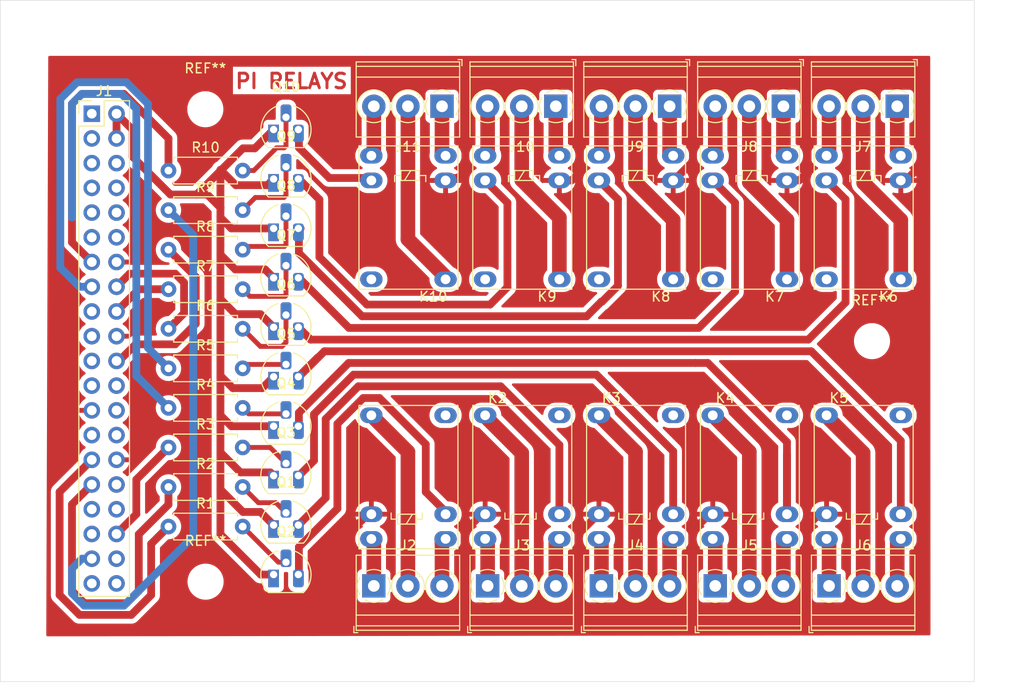
<source format=kicad_pcb>
(kicad_pcb (version 20240108) (generator "pcbnew") (generator_version "8.0")
  (layers (0 "F.Cu" signal) (31 "B.Cu" signal) (34 "B.Paste" user) (35 "F.Paste" user) (36 "B.SilkS" user "B.Silkscreen") (37 "F.SilkS" user "F.Silkscreen") (38 "B.Mask" user) (39 "F.Mask" user) (44 "Edge.Cuts" user))
  (net 0 "")
  (net 3 "/GPIO16")
  (net 4 "+3V3")
  (net 11 "GND")
  (net 12 "+5V")
  (net 23 "Net-(J2-Pin_3)")
  (net 24 "Net-(J2-Pin_1)")
  (net 25 "Net-(J2-Pin_2)")
  (net 26 "Net-(J3-Pin_3)")
  (net 27 "Net-(J3-Pin_1)")
  (net 28 "Net-(J3-Pin_2)")
  (net 29 "Net-(J4-Pin_3)")
  (net 30 "Net-(J4-Pin_1)")
  (net 31 "Net-(J4-Pin_2)")
  (net 32 "Net-(J5-Pin_3)")
  (net 33 "Net-(J5-Pin_2)")
  (net 34 "Net-(J5-Pin_1)")
  (net 35 "Net-(J6-Pin_1)")
  (net 36 "Net-(J6-Pin_2)")
  (net 37 "Net-(J6-Pin_3)")
  (net 38 "Net-(J7-Pin_3)")
  (net 39 "Net-(J7-Pin_1)")
  (net 40 "Net-(J7-Pin_2)")
  (net 41 "Net-(J8-Pin_1)")
  (net 42 "Net-(J8-Pin_2)")
  (net 43 "Net-(J8-Pin_3)")
  (net 44 "Net-(J9-Pin_3)")
  (net 45 "Net-(J9-Pin_1)")
  (net 46 "Net-(J9-Pin_2)")
  (net 47 "Net-(J10-Pin_2)")
  (net 48 "Net-(J10-Pin_3)")
  (net 49 "Net-(J10-Pin_1)")
  (net 50 "Net-(J11-Pin_3)")
  (net 51 "Net-(J11-Pin_1)")
  (net 52 "Net-(J11-Pin_2)")
  (net 53 "Net-(Q2-E)")
  (net 54 "Net-(Q1-E)")
  (net 55 "Net-(Q3-E)")
  (net 56 "Net-(Q4-E)")
  (net 57 "Net-(Q5-E)")
  (net 58 "Net-(Q6-E)")
  (net 59 "Net-(Q7-E)")
  (net 60 "Net-(Q8-E)")
  (net 61 "Net-(Q9-E)")
  (net 62 "Net-(Q10-E)")
  (net 63 "Net-(Q1-B)")
  (net 64 "Net-(Q2-B)")
  (net 65 "Net-(Q3-B)")
  (net 66 "Net-(Q4-B)")
  (net 67 "Net-(Q5-B)")
  (net 68 "Net-(Q6-B)")
  (net 69 "Net-(Q7-B)")
  (net 70 "Net-(Q8-B)")
  (net 71 "Net-(Q9-B)")
  (net 72 "Net-(Q10-B)")
  (net 73 "/Relay Pin 2/K")
  (net 74 "/Relay Pin 6/K")
  (net 75 "/Relay Pin 7/K")
  (net 76 "/Relay Pin 8/K")
  (net 77 "/Relay Pin 1/K")
  (net 78 "/Relay Pin 10/K")
  (net 79 "/Relay Pin 4/K")
  (net 80 "/Relay Pin 5/K")
  (net 81 "/Relay Pin 9/K")
  (footprint "MountingHole:MountingHole_3.2mm_M3" (layer "F.Cu") (at 34.3154 24.3586)
    (property "Reference" "REF**")
    (property "Value" "MountingHole_3.2mm_M3")
  )
  (footprint "TerminalBlock_Phoenix:TerminalBlock_Phoenix_PT-1,5-3-3.5-H_1x03_P3.50mm_Horizontal" (layer "F.Cu") (at 93.6648 24.0538 180)
    (property "Reference" "J8")
    (property "Value" "Conn_01x03_Socket")
  )
  (footprint "Resistor_THT:R_Axial_DIN0207_L6.3mm_D2.5mm_P7.62mm_Horizontal" (layer "F.Cu") (at 30.5308 34.7218)
    (property "Reference" "R9")
    (property "Value" "1.8k")
  )
  (footprint "Resistor_THT:R_Axial_DIN0207_L6.3mm_D2.5mm_P7.62mm_Horizontal" (layer "F.Cu") (at 30.5308 50.9778)
    (property "Reference" "R5")
    (property "Value" "1.8k")
  )
  (footprint "TerminalBlock_Phoenix:TerminalBlock_Phoenix_PT-1,5-3-3.5-H_1x03_P3.50mm_Horizontal" (layer "F.Cu") (at 98.3488 73.3298)
    (property "Reference" "J6")
    (property "Value" "Conn_01x03_Socket")
  )
  (footprint "TerminalBlock_Phoenix:TerminalBlock_Phoenix_PT-1,5-3-3.5-H_1x03_P3.50mm_Horizontal" (layer "F.Cu") (at 63.2968 73.3298)
    (property "Reference" "J3")
    (property "Value" "Conn_01x03_Socket")
  )
  (footprint "Resistor_THT:R_Axial_DIN0207_L6.3mm_D2.5mm_P7.62mm_Horizontal" (layer "F.Cu") (at 30.5308 42.8498)
    (property "Reference" "R7")
    (property "Value" "1.8k")
  )
  (footprint "Relay_THT:Relay_SPDT_HJR-4102" (layer "F.Cu") (at 105.7148 41.8338 180)
    (property "Reference" "K6")
    (property "Value" "TIANBO-HJR-4102-L")
  )
  (footprint "MountingHole:MountingHole_3.2mm_M3" (layer "F.Cu") (at 102.759983 48.1838)
    (property "Reference" "REF**")
    (property "Value" "MountingHole_3.2mm_M3")
  )
  (footprint "Resistor_THT:R_Axial_DIN0207_L6.3mm_D2.5mm_P7.62mm_Horizontal" (layer "F.Cu") (at 30.5308 30.6578)
    (property "Reference" "R10")
    (property "Value" "1.8k")
  )
  (footprint "Relay_THT:Relay_SPDT_HJR-4102" (layer "F.Cu") (at 63.0428 55.8038)
    (property "Reference" "K2")
    (property "Value" "TIANBO-HJR-4102-L")
  )
  (footprint "Relay_THT:Relay_SPDT_HJR-4102" (layer "F.Cu") (at 74.7268 55.8038)
    (property "Reference" "K3")
    (property "Value" "TIANBO-HJR-4102-L")
  )
  (footprint "Connector_PinHeader_2.54mm:PinHeader_2x20_P2.54mm_Vertical" (layer "F.Cu") (at 22.6568 24.8158)
    (property "Reference" "J1")
    (property "Value" "Raspberry_Pi_2_3")
  )
  (footprint "Relay_THT:Relay_SPDT_HJR-4102" (layer "F.Cu") (at 51.3588 55.8038)
    (property "Reference" "K1" (hide yes))
    (property "Value" "TIANBO-HJR-4102-L")
  )
  (footprint "Relay_THT:Relay_SPDT_HJR-4102" (layer "F.Cu") (at 98.0948 55.8038)
    (property "Reference" "K5")
    (property "Value" "TIANBO-HJR-4102-L")
  )
  (footprint "MountingHole:MountingHole_3.2mm_M3" (layer "F.Cu") (at 34.3408 72.898)
    (property "Reference" "REF**")
    (property "Value" "MountingHole_3.2mm_M3")
  )
  (footprint "Package_TO_SOT_THT:TO-92_HandSolder" (layer "F.Cu") (at 41.3258 41.6858)
    (property "Reference" "Q7")
    (property "Value" "BC547")
  )
  (footprint "TerminalBlock_Phoenix:TerminalBlock_Phoenix_PT-1,5-3-3.5-H_1x03_P3.50mm_Horizontal" (layer "F.Cu") (at 51.6128 73.3298)
    (property "Reference" "J2")
    (property "Value" "Conn_01x03_Socket")
  )
  (footprint "Resistor_THT:R_Axial_DIN0207_L6.3mm_D2.5mm_P7.62mm_Horizontal" (layer "F.Cu") (at 30.5308 63.1698)
    (property "Reference" "R2")
    (property "Value" "1.8k")
  )
  (footprint "Relay_THT:Relay_SPDT_HJR-4102" (layer "F.Cu") (at 94.0308 41.8338 180)
    (property "Reference" "K7")
    (property "Value" "TIANBO-HJR-4102-L" (hide yes))
  )
  (footprint "Package_TO_SOT_THT:TO-92_HandSolder" (layer "F.Cu") (at 41.3258 31.5258)
    (property "Reference" "Q9")
    (property "Value" "BC547")
  )
  (footprint "TerminalBlock_Phoenix:TerminalBlock_Phoenix_PT-1,5-3-3.5-H_1x03_P3.50mm_Horizontal" (layer "F.Cu") (at 70.2968 24.0538 180)
    (property "Reference" "J10")
    (property "Value" "Conn_01x03_Socket")
  )
  (footprint "TerminalBlock_Phoenix:TerminalBlock_Phoenix_PT-1,5-3-3.5-H_1x03_P3.50mm_Horizontal" (layer "F.Cu") (at 105.3488 24.0538 180)
    (property "Reference" "J7")
    (property "Value" "Conn_01x03_Socket")
  )
  (footprint "Package_TO_SOT_THT:TO-92_HandSolder" (layer "F.Cu") (at 41.3258 62.0058)
    (property "Reference" "Q3")
    (property "Value" "BC547")
  )
  (footprint "Package_TO_SOT_THT:TO-92_HandSolder" (layer "F.Cu") (at 41.3258 72.1658)
    (property "Reference" "Q2")
    (property "Value" "BC547")
  )
  (footprint "Relay_THT:Relay_SPDT_HJR-4102" (layer "F.Cu") (at 82.3468 41.8338 180)
    (property "Reference" "K8")
    (property "Value" "TIANBO-HJR-4102-L")
  )
  (footprint "Relay_THT:Relay_SPDT_HJR-4102" (layer "F.Cu") (at 58.9788 41.8338 180)
    (property "Reference" "K10")
    (property "Value" "TIANBO-HJR-4102-L")
  )
  (footprint "Package_TO_SOT_THT:TO-92_HandSolder" (layer "F.Cu") (at 41.3258 46.7658)
    (property "Reference" "Q6")
    (property "Value" "BC547")
  )
  (footprint "Package_TO_SOT_THT:TO-92_HandSolder" (layer "F.Cu") (at 41.3258 56.9258)
    (property "Reference" "Q4")
    (property "Value" "BC547")
  )
  (footprint "Relay_THT:Relay_SPDT_HJR-4102" (layer "F.Cu") (at 70.6628 41.8338 180)
    (property "Reference" "K9")
    (property "Value" "TIANBO-HJR-4102-L")
  )
  (footprint "Package_TO_SOT_THT:TO-92_HandSolder" (layer "F.Cu") (at 41.3258 51.8458)
    (property "Reference" "Q5")
    (property "Value" "BC547")
  )
  (footprint "Resistor_THT:R_Axial_DIN0207_L6.3mm_D2.5mm_P7.62mm_Horizontal" (layer "F.Cu") (at 30.5308 55.0418)
    (property "Reference" "R4")
    (property "Value" "1.8k")
  )
  (footprint "Resistor_THT:R_Axial_DIN0207_L6.3mm_D2.5mm_P7.62mm_Horizontal" (layer "F.Cu") (at 30.5308 67.2338)
    (property "Reference" "R1")
    (property "Value" "1.8k")
  )
  (footprint "Resistor_THT:R_Axial_DIN0207_L6.3mm_D2.5mm_P7.62mm_Horizontal" (layer "F.Cu") (at 30.5308 46.9138)
    (property "Reference" "R6")
    (property "Value" "1.8k")
  )
  (footprint "TerminalBlock_Phoenix:TerminalBlock_Phoenix_PT-1,5-3-3.5-H_1x03_P3.50mm_Horizontal" (layer "F.Cu") (at 58.6128 24.0538 180)
    (property "Reference" "J11")
    (property "Value" "Conn_01x03_Socket")
  )
  (footprint "Package_TO_SOT_THT:TO-92_HandSolder" (layer "F.Cu") (at 41.3258 67.0858)
    (property "Reference" "Q1")
    (property "Value" "BC547")
  )
  (footprint "Resistor_THT:R_Axial_DIN0207_L6.3mm_D2.5mm_P7.62mm_Horizontal" (layer "F.Cu") (at 30.5308 38.7858)
    (property "Reference" "R8")
    (property "Value" "1.8k")
  )
  (footprint "Relay_THT:Relay_SPDT_HJR-4102" (layer "F.Cu") (at 86.4108 55.8038)
    (property "Reference" "K4")
    (property "Value" "TIANBO-HJR-4102-L")
  )
  (footprint "TerminalBlock_Phoenix:TerminalBlock_Phoenix_PT-1,5-3-3.5-H_1x03_P3.50mm_Horizontal" (layer "F.Cu") (at 86.6648 73.3298)
    (property "Reference" "J5")
    (property "Value" "Conn_01x03_Socket")
  )
  (footprint "TerminalBlock_Phoenix:TerminalBlock_Phoenix_PT-1,5-3-3.5-H_1x03_P3.50mm_Horizontal" (layer "F.Cu") (at 81.9808 24.0538 180)
    (property "Reference" "J9")
    (property "Value" "Conn_01x03_Socket")
  )
  (footprint "Resistor_THT:R_Axial_DIN0207_L6.3mm_D2.5mm_P7.62mm_Horizontal" (layer "F.Cu") (at 30.5308 59.1058)
    (property "Reference" "R3")
    (property "Value" "1.8k")
  )
  (footprint "TerminalBlock_Phoenix:TerminalBlock_Phoenix_PT-1,5-3-3.5-H_1x03_P3.50mm_Horizontal" (layer "F.Cu") (at 74.9808 73.3298)
    (property "Reference" "J4")
    (property "Value" "Conn_01x03_Socket")
  )
  (footprint "Package_TO_SOT_THT:TO-92_HandSolder" (layer "F.Cu") (at 41.3258 26.4458)
    (property "Reference" "Q10")
    (property "Value" "BC547")
  )
  (footprint "Package_TO_SOT_THT:TO-92_HandSolder" (layer "F.Cu") (at 41.3258 36.6058)
    (property "Reference" "Q8")
    (property "Value" "BC547")
  )
  (gr_rect (start 13.2586 13.1596) (end 113.2586 83.1596) (stroke (width 0.05)) (fill none) (layer "Edge.Cuts"))
  (gr_text "PI RELAYS" (at 49.0728 22.352 0) (layer "F.Cu") (effects (font (size 1.5 1.5) (thickness 0.3) (bold yes)) (justify right bottom)))
  (segment (start 30.5308 59.1058) (end 27.2288 62.4078) (width 0.8) (layer "F.Cu") (net 3))
  (segment (start 27.2288 62.4078) (end 27.2288 65.9638) (width 0.8) (layer "F.Cu") (net 3))
  (segment (start 27.2288 65.9638) (end 25.1968 67.9958) (width 0.8) (layer "F.Cu") (net 3))
  (segment (start 72.7768 22.7018) (end 74.4728 21.0058) (width 0.8) (layer "F.Cu") (net 11))
  (segment (start 60.9288 67.7278) (end 60.9288 74.6818) (width 0.8) (layer "F.Cu") (net 11))
  (segment (start 84.2968 74.6818) (end 82.6008 76.3778) (width 0.8) (layer "F.Cu") (net 11))
  (segment (start 63.0428 65.9638) (end 62.6928 65.9638) (width 0.8) (layer "F.Cu") (net 11))
  (segment (start 72.6128 68.005058) (end 72.6128 74.6818) (width 0.8) (layer "F.Cu") (net 11))
  (segment (start 50.8508 76.3778) (end 59.2328 76.3778) (width 0.8) (layer "F.Cu") (net 11))
  (segment (start 94.0308 76.3778) (end 96.1448 74.2638) (width 0.8) (layer "F.Cu") (net 11))
  (segment (start 60.9288 74.6818) (end 59.2328 76.3778) (width 0.8) (layer "F.Cu") (net 11))
  (segment (start 74.4728 21.0058) (end 86.1568 21.0058) (width 0.8) (layer "F.Cu") (net 11))
  (segment (start 86.4108 65.9638) (end 86.0608 65.9638) (width 0.8) (layer "F.Cu") (net 11))
  (segment (start 107.7468 22.4518) (end 107.7468 30.1498) (width 0.8) (layer "F.Cu") (net 11))
  (segment (start 86.0608 65.9638) (end 84.2968 67.7278) (width 0.8) (layer "F.Cu") (net 11))
  (segment (start 107.7468 30.1498) (end 107.7468 73.760228) (width 0.8) (layer "F.Cu") (net 11))
  (segment (start 74.7268 65.9638) (end 74.654058 65.9638) (width 0.8) (layer "F.Cu") (net 11))
  (segment (start 84.3788 22.7838) (end 86.1568 21.0058) (width 0.8) (layer "F.Cu") (net 11))
  (segment (start 51.3588 65.9638) (end 51.0088 65.9638) (width 0.8) (layer "F.Cu") (net 11))
  (segment (start 58.9788 31.4198) (end 60.2288 31.4198) (width 0.8) (layer "F.Cu") (net 11))
  (segment (start 96.1448 30.8098) (end 96.1448 22.7018) (width 0.8) (layer "F.Cu") (net 11))
  (segment (start 94.0308 31.6738) (end 95.2808 31.6738) (width 0.8) (layer "F.Cu") (net 11))
  (segment (start 96.1448 74.2638) (end 96.1448 67.1518) (width 0.8) (layer "F.Cu") (net 11))
  (segment (start 71.9128 31.6738) (end 72.7768 30.8098) (width 0.8) (layer "F.Cu") (net 11))
  (segment (start 84.2968 67.7278) (end 84.2968 74.6818) (width 0.8) (layer "F.Cu") (net 11))
  (segment (start 96.1448 67.1518) (end 97.3328 65.9638) (width 0.8) (layer "F.Cu") (net 11))
  (segment (start 82.6008 76.3778) (end 94.0308 76.3778) (width 0.8) (layer "F.Cu") (net 11))
  (segment (start 107.7468 73.760228) (end 105.129228 76.3778) (width 0.8) (layer "F.Cu") (net 11))
  (segment (start 70.9168 76.3778) (end 82.6008 76.3778) (width 0.8) (layer "F.Cu") (net 11))
  (segment (start 51.0088 65.9638) (end 49.0728 67.8998) (width 0.8) (layer "F.Cu") (net 11))
  (segment (start 105.129228 76.3778) (end 94.0308 76.3778) (width 0.8) (layer "F.Cu") (net 11))
  (segment (start 72.7768 30.8098) (end 72.7768 22.7018) (width 0.8) (layer "F.Cu") (net 11))
  (segment (start 95.2808 31.6738) (end 96.1448 30.8098) (width 0.8) (layer "F.Cu") (net 11))
  (segment (start 82.3468 31.6738) (end 82.419542 31.6738) (width 0.8) (layer "F.Cu") (net 11))
  (segment (start 62.6928 65.9638) (end 60.9288 67.7278) (width 0.8) (layer "F.Cu") (net 11))
  (segment (start 49.0728 67.8998) (end 49.0728 74.5998) (width 0.8) (layer "F.Cu") (net 11))
  (segment (start 49.0728 74.5998) (end 50.8508 76.3778) (width 0.8) (layer "F.Cu") (net 11))
  (segment (start 96.1448 22.7018) (end 97.8408 21.0058) (width 0.8) (layer "F.Cu") (net 11))
  (segment (start 107.7468 30.1498) (end 106.2228 31.6738) (width 0.8) (layer "F.Cu") (net 11))
  (segment (start 63.516372 21.0058) (end 74.4728 21.0058) (width 0.8) (layer "F.Cu") (net 11))
  (segment (start 72.6128 74.6818) (end 70.9168 76.3778) (width 0.8) (layer "F.Cu") (net 11))
  (segment (start 61.0108 30.6378) (end 61.0108 23.511372) (width 0.8) (layer "F.Cu") (net 11))
  (segment (start 106.2228 31.6738) (end 105.7148 31.6738) (width 0.8) (layer "F.Cu") (net 11))
  (segment (start 74.654058 65.9638) (end 72.6128 68.005058) (width 0.8) (layer "F.Cu") (net 11))
  (segment (start 97.3328 65.9638) (end 98.0948 65.9638) (width 0.8) (layer "F.Cu") (net 11))
  (segment (start 106.3008 21.0058) (end 107.7468 22.4518) (width 0.8) (layer "F.Cu") (net 11))
  (segment (start 61.0108 23.511372) (end 63.516372 21.0058) (width 0.8) (layer "F.Cu") (net 11))
  (segment (start 82.419542 31.6738) (end 84.3788 29.714542) (width 0.8) (layer "F.Cu") (net 11))
  (segment (start 60.2288 31.4198) (end 61.0108 30.6378) (width 0.8) (layer "F.Cu") (net 11))
  (segment (start 70.6628 31.6738) (end 71.9128 31.6738) (width 0.8) (layer "F.Cu") (net 11))
  (segment (start 97.8408 21.0058) (end 106.3008 21.0058) (width 0.8) (layer "F.Cu") (net 11))
  (segment (start 86.1568 21.0058) (end 97.8408 21.0058) (width 0.8) (layer "F.Cu") (net 11))
  (segment (start 59.2328 76.3778) (end 70.9168 76.3778) (width 0.8) (layer "F.Cu") (net 11))
  (segment (start 84.3788 29.714542) (end 84.3788 22.7838) (width 0.8) (layer "F.Cu") (net 11))
  (segment (start 26.8468 29.236542) (end 26.8468 26.4658) (width 0.8) (layer "F.Cu") (net 12))
  (segment (start 33.424058 33.1218) (end 38.174058 28.3718) (width 0.8) (layer "F.Cu") (net 12))
  (segment (start 36.9868 56.9258) (end 35.8648 55.8038) (width 0.8) (layer "F.Cu") (net 12))
  (segment (start 40.0008 72.1658) (end 41.3258 72.1658) (width 0.8) (layer "F.Cu") (net 12))
  (segment (start 33.424058 33.1218) (end 30.732058 33.1218) (width 0.8) (layer "F.Cu") (net 12))
  (segment (start 26.8468 26.4658) (end 25.1968 24.8158) (width 0.8) (layer "F.Cu") (net 12))
  (segment (start 37.3888 40.8178) (end 35.8648 39.2938) (width 0.8) (layer "F.Cu") (net 12))
  (segment (start 39.9738 45.4138) (end 37.4128 45.4138) (width 0.8) (layer "F.Cu") (net 12))
  (segment (start 37.9208 61.6698) (end 35.8648 59.6138) (width 0.8) (layer "F.Cu") (net 12))
  (segment (start 35.8648 68.0298) (end 40.0008 72.1658) (width 0.8) (layer "F.Cu") (net 12))
  (segment (start 37.1348 53.0098) (end 35.8648 51.7398) (width 0.8) (layer "F.Cu") (net 12))
  (segment (start 41.3258 41.6858) (end 40.4578 40.8178) (width 0.8) (layer "F.Cu") (net 12))
  (segment (start 35.8648 30.5818) (end 35.8648 34.4678) (width 0.8) (layer "F.Cu") (net 12))
  (segment (start 37.4128 45.4138) (end 35.8648 43.8658) (width 0.8) (layer "F.Cu") (net 12))
  (segment (start 41.3258 26.4458) (end 39.3998 28.3718) (width 0.8) (layer "F.Cu") (net 12))
  (segment (start 39.9738 65.7338) (end 38.1748 65.7338) (width 0.8) (layer "F.Cu") (net 12))
  (segment (start 41.3258 62.0058) (end 40.9898 61.6698) (width 0.8) (layer "F.Cu") (net 12))
  (segment (start 41.3258 67.0858) (end 39.9738 65.7338) (width 0.8) (layer "F.Cu") (net 12))
  (segment (start 35.8648 59.6138) (end 35.8648 63.4238) (width 0.8) (layer "F.Cu") (net 12))
  (segment (start 35.8648 34.4678) (end 35.8648 35.4838) (width 0.8) (layer "F.Cu") (net 12))
  (segment (start 30.732058 33.1218) (end 26.8468 29.236542) (width 0.8) (layer "F.Cu") (net 12))
  (segment (start 40.4578 40.8178) (end 37.3888 40.8178) (width 0.8) (layer "F.Cu") (net 12))
  (segment (start 33.424058 33.1218) (end 34.5188 33.1218) (width 0.8) (layer "F.Cu") (net 12))
  (segment (start 41.3258 51.8458) (end 40.1618 53.0098) (width 0.8) (layer "F.Cu") (net 12))
  (segment (start 35.8648 39.2938) (end 35.8648 43.8658) (width 0.8) (layer "F.Cu") (net 12))
  (segment (start 25.1968 27.3558) (end 25.1968 24.8158) (width 0.8) (layer "F.Cu") (net 12))
  (segment (start 40.1618 53.0098) (end 37.1348 53.0098) (width 0.8) (layer "F.Cu") (net 12))
  (segment (start 35.8648 63.4238) (end 35.8648 68.0298) (width 0.8) (layer "F.Cu") (net 12))
  (segment (start 35.8648 51.7398) (end 35.8648 55.8038) (width 0.8) (layer "F.Cu") (net 12))
  (segment (start 41.3258 46.7658) (end 39.9738 45.4138) (width 0.8) (layer "F.Cu") (net 12))
  (segment (start 35.8648 55.8038) (end 35.8648 59.6138) (width 0.8) (layer "F.Cu") (net 12))
  (segment (start 37.4408 32.1578) (end 35.8648 30.5818) (width 0.8) (layer "F.Cu") (net 12))
  (segment (start 36.9868 36.6058) (end 35.8648 35.4838) (width 0.8) (layer "F.Cu") (net 12))
  (segment (start 41.3258 56.9258) (end 36.9868 56.9258) (width 0.8) (layer "F.Cu") (net 12))
  (segment (start 40.6938 32.1578) (end 37.4408 32.1578) (width 0.8) (layer "F.Cu") (net 12))
  (segment (start 40.9898 61.6698) (end 37.9208 61.6698) (width 0.8) (layer "F.Cu") (net 12))
  (segment (start 35.8648 43.8658) (end 35.8648 51.7398) (width 0.8) (layer "F.Cu") (net 12))
  (segment (start 41.3258 36.6058) (end 36.9868 36.6058) (width 0.8) (layer "F.Cu") (net 12))
  (segment (start 41.3258 31.5258) (end 40.6938 32.1578) (width 0.8) (layer "F.Cu") (net 12))
  (segment (start 38.174058 28.3718) (end 39.3998 28.3718) (width 0.8) (layer "F.Cu") (net 12))
  (segment (start 34.5188 33.1218) (end 35.8648 34.4678) (width 0.8) (layer "F.Cu") (net 12))
  (segment (start 35.8648 35.4838) (end 35.8648 39.2938) (width 0.8) (layer "F.Cu") (net 12))
  (segment (start 38.1748 65.7338) (end 35.8648 63.4238) (width 0.8) (layer "F.Cu") (net 12))
  (segment (start 58.6128 68.8698) (end 58.9788 68.5038) (width 1.5) (layer "F.Cu") (net 23))
  (segment (start 58.6128 73.3298) (end 58.6128 68.8698) (width 1.5) (layer "F.Cu") (net 23))
  (segment (start 51.6128 73.3298) (end 51.6128 68.7578) (width 1.5) (layer "F.Cu") (net 24))
  (segment (start 51.6128 68.7578) (end 51.3588 68.5038) (width 1.5) (layer "F.Cu") (net 24))
  (segment (start 55.1128 59.5578) (end 55.1128 73.3298) (width 1.5) (layer "F.Cu") (net 25))
  (segment (start 51.3588 55.8038) (end 55.1128 59.5578) (width 1.5) (layer "F.Cu") (net 25))
  (segment (start 70.2968 68.8698) (end 70.6628 68.5038) (width 1.5) (layer "F.Cu") (net 26))
  (segment (start 70.2968 73.3298) (end 70.2968 68.8698) (width 1.5) (layer "F.Cu") (net 26))
  (segment (start 63.2968 68.7578) (end 63.0428 68.5038) (width 1.5) (layer "F.Cu") (net 27))
  (segment (start 63.2968 73.3298) (end 63.2968 68.7578) (width 1.5) (layer "F.Cu") (net 27))
  (segment (start 66.7968 73.3298) (end 66.7968 59.6698) (width 1.5) (layer "F.Cu") (net 28))
  (segment (start 63.0428 55.9158) (end 66.7968 59.6698) (width 1.5) (layer "F.Cu") (net 28))
  (segment (start 63.0428 55.8038) (end 63.0428 55.9158) (width 1.5) (layer "F.Cu") (net 28))
  (segment (start 81.9808 73.3298) (end 81.9808 68.8698) (width 1.5) (layer "F.Cu") (net 29))
  (segment (start 81.9808 68.8698) (end 82.3468 68.5038) (width 1.5) (layer "F.Cu") (net 29))
  (segment (start 74.9808 73.3298) (end 74.9808 68.7578) (width 1.5) (layer "F.Cu") (net 30))
  (segment (start 74.9808 68.7578) (end 74.7268 68.5038) (width 1.5) (layer "F.Cu") (net 30))
  (segment (start 78.4808 59.5578) (end 78.4808 73.3298) (width 1.5) (layer "F.Cu") (net 31))
  (segment (start 74.7268 55.8038) (end 78.4808 59.5578) (width 1.5) (layer "F.Cu") (net 31))
  (segment (start 93.6648 73.3298) (end 93.6648 68.8698) (width 1.5) (layer "F.Cu") (net 32))
  (segment (start 93.6648 68.8698) (end 94.0308 68.5038) (width 1.5) (layer "F.Cu") (net 32))
  (segment (start 90.1648 59.5578) (end 90.1648 73.3298) (width 1.5) (layer "F.Cu") (net 33))
  (segment (start 86.4108 55.8038) (end 90.1648 59.5578) (width 1.5) (layer "F.Cu") (net 33))
  (segment (start 86.6648 73.3298) (end 86.6648 68.7578) (width 1.5) (layer "F.Cu") (net 34))
  (segment (start 86.6648 68.7578) (end 86.4108 68.5038) (width 1.5) (layer "F.Cu") (net 34))
  (segment (start 98.3488 68.7578) (end 98.0948 68.5038) (width 1.5) (layer "F.Cu") (net 35))
  (segment (start 98.3488 73.3298) (end 98.3488 68.7578) (width 1.5) (layer "F.Cu") (net 35))
  (segment (start 101.8488 73.3298) (end 101.8488 59.6698) (width 1.5) (layer "F.Cu") (net 36))
  (segment (start 98.0948 55.9158) (end 101.8488 59.6698) (width 1.5) (layer "F.Cu") (net 36))
  (segment (start 98.0948 55.8038) (end 98.0948 55.9158) (width 1.5) (layer "F.Cu") (net 36))
  (segment (start 105.3488 73.3298) (end 105.3488 68.8698) (width 1.5) (layer "F.Cu") (net 37))
  (segment (start 105.3488 68.8698) (end 105.7148 68.5038) (width 1.5) (layer "F.Cu") (net 37))
  (segment (start 98.3488 28.8798) (end 98.0948 29.1338) (width 1.5) (layer "F.Cu") (net 38))
  (segment (start 98.3488 24.0538) (end 98.3488 28.8798) (width 1.5) (layer "F.Cu") (net 38))
  (segment (start 105.3488 28.7678) (end 105.7148 29.1338) (width 1.5) (layer "F.Cu") (net 39))
  (segment (start 105.3488 24.0538) (end 105.3488 28.7678) (width 1.5) (layer "F.Cu") (net 39))
  (segment (start 101.8488 31.3638) (end 101.9048 31.4198) (width 1.5) (layer "F.Cu") (net 40))
  (segment (start 101.8488 24.0538) (end 101.8488 31.3638) (width 1.5) (layer "F.Cu") (net 40))
  (segment (start 105.7148 35.7378) (end 105.7148 41.8338) (width 1.5) (layer "F.Cu") (net 40))
  (segment (start 101.9048 31.9278) (end 105.7148 35.7378) (width 1.5) (layer "F.Cu") (net 40))
  (segment (start 101.9048 31.4198) (end 101.9048 31.9278) (width 1.5) (layer "F.Cu") (net 40))
  (segment (start 93.6648 24.0538) (end 93.6648 28.7678) (width 1.5) (layer "F.Cu") (net 41))
  (segment (start 93.6648 28.7678) (end 94.0308 29.1338) (width 1.5) (layer "F.Cu") (net 41))
  (segment (start 90.1648 31.8718) (end 94.0308 35.7378) (width 1.5) (layer "F.Cu") (net 42))
  (segment (start 90.1648 24.0538) (end 90.1648 31.8718) (width 1.5) (layer "F.Cu") (net 42))
  (segment (start 94.0308 35.7378) (end 94.0308 41.8338) (width 1.5) (layer "F.Cu") (net 42))
  (segment (start 86.6648 24.0538) (end 86.6648 28.8798) (width 1.5) (layer "F.Cu") (net 43))
  (segment (start 86.6648 28.8798) (end 86.4108 29.1338) (width 1.5) (layer "F.Cu") (net 43))
  (segment (start 74.9808 24.0538) (end 74.9808 28.8798) (width 1.5) (layer "F.Cu") (net 44))
  (segment (start 74.9808 28.8798) (end 74.7268 29.1338) (width 1.5) (layer "F.Cu") (net 44))
  (segment (start 81.9808 28.7678) (end 82.3468 29.1338) (width 1.5) (layer "F.Cu") (net 45))
  (segment (start 81.9808 24.0538) (end 81.9808 28.7678) (width 1.5) (layer "F.Cu") (net 45))
  (segment (start 78.4808 31.8718) (end 82.3468 35.7378) (width 1.5) (layer "F.Cu") (net 46))
  (segment (start 82.3468 35.7378) (end 82.3468 41.8338) (width 1.5) (layer "F.Cu") (net 46))
  (segment (start 78.4808 24.0538) (end 78.4808 31.8718) (width 1.5) (layer "F.Cu") (net 46))
  (segment (start 70.6628 35.4838) (end 70.6628 41.8338) (width 1.5) (layer "F.Cu") (net 47))
  (segment (start 66.7968 24.0538) (end 66.7968 31.6178) (width 1.5) (layer "F.Cu") (net 47))
  (segment (start 66.7968 31.6178) (end 70.6628 35.4838) (width 1.5) (layer "F.Cu") (net 47))
  (segment (start 63.2968 28.8798) (end 63.0428 29.1338) (width 1.5) (layer "F.Cu") (net 48))
  (segment (start 63.2968 24.0538) (end 63.2968 28.8798) (width 1.5) (layer "F.Cu") (net 48))
  (segment (start 70.2968 28.7678) (end 70.6628 29.1338) (width 1.5) (layer "F.Cu") (net 49))
  (segment (start 70.2968 24.0538) (end 70.2968 28.7678) (width 1.5) (layer "F.Cu") (net 49))
  (segment (start 51.3588 29.1338) (end 51.6128 28.8798) (width 1.5) (layer "F.Cu") (net 50))
  (segment (start 51.6128 28.8798) (end 51.6128 24.0538) (width 1.5) (layer "F.Cu") (net 50))
  (segment (start 58.6128 28.7678) (end 58.6128 24.0538) (width 1.5) (layer "F.Cu") (net 51))
  (segment (start 58.9788 29.1338) (end 58.6128 28.7678) (width 1.5) (layer "F.Cu") (net 51))
  (segment (start 55.1128 24.0538) (end 55.1128 37.7138) (width 1.5) (layer "F.Cu") (net 52))
  (segment (start 55.1128 37.7138) (end 58.9788 41.5798) (width 1.5) (layer "F.Cu") (net 52))
  (segment (start 47.8728 65.3858) (end 47.8728 56.677058) (width 0.8) (layer "F.Cu") (net 53))
  (segment (start 43.9208 72.1108) (end 43.9208 69.3378) (width 0.8) (layer "F.Cu") (net 53))
  (segment (start 58.9788 65.7098) (end 58.9788 65.9638) (width 0.8) (layer "F.Cu") (net 53))
  (segment (start 52.193542 54.0258) (end 56.9468 58.779058) (width 0.8) (layer "F.Cu") (net 53))
  (segment (start 43.9208 69.3378) (end 47.8728 65.3858) (width 0.8) (layer "F.Cu") (net 53))
  (segment (start 56.9468 63.6778) (end 58.9788 65.7098) (width 0.8) (layer "F.Cu") (net 53))
  (segment (start 50.524058 54.0258) (end 52.193542 54.0258) (width 0.8) (layer "F.Cu") (net 53))
  (segment (start 47.8728 56.677058) (end 50.524058 54.0258) (width 0.8) (layer "F.Cu") (net 53))
  (segment (start 56.9468 58.779058) (end 56.9468 63.6778) (width 0.8) (layer "F.Cu") (net 53))
  (segment (start 46.6728 56.180002) (end 46.6728 64.2788) (width 0.8) (layer "F.Cu") (net 54))
  (segment (start 64.6368 52.8258) (end 50.027002 52.8258) (width 0.8) (layer "F.Cu") (net 54))
  (segment (start 70.6628 58.8518) (end 64.6368 52.8258) (width 0.8) (layer "F.Cu") (net 54))
  (segment (start 50.027002 52.8258) (end 46.6728 56.180002) (width 0.8) (layer "F.Cu") (net 54))
  (segment (start 43.9208 67.0308) (end 43.9208 67.0858) (width 0.8) (layer "F.Cu") (net 54))
  (segment (start 46.6728 64.2788) (end 43.9208 67.0308) (width 0.8) (layer "F.Cu") (net 54))
  (segment (start 70.6628 65.9638) (end 70.6628 58.8518) (width 0.8) (layer "F.Cu") (net 54))
  (segment (start 45.4728 60.4538) (end 43.9208 62.0058) (width 0.8) (layer "F.Cu") (net 55))
  (segment (start 49.529946 51.6258) (end 45.4728 55.682946) (width 0.8) (layer "F.Cu") (net 55))
  (segment (start 82.3468 59.4998) (end 74.4728 51.6258) (width 0.8) (layer "F.Cu") (net 55))
  (segment (start 45.4728 55.682946) (end 45.4728 60.4538) (width 0.8) (layer "F.Cu") (net 55))
  (segment (start 82.3468 65.9638) (end 82.3468 59.4998) (width 0.8) (layer "F.Cu") (net 55))
  (segment (start 74.4728 51.6258) (end 49.529946 51.6258) (width 0.8) (layer "F.Cu") (net 55))
  (segment (start 94.0308 58.5538) (end 85.9028 50.4258) (width 0.8) (layer "F.Cu") (net 56))
  (segment (start 94.0308 65.9638) (end 94.0308 59.8238) (width 0.8) (layer "F.Cu") (net 56))
  (segment (start 85.9028 50.4258) (end 84.6328 50.4258) (width 0.8) (layer "F.Cu") (net 56))
  (segment (start 49.03289 50.4258) (end 43.9208 55.53789) (width 0.8) (layer "F.Cu") (net 56))
  (segment (start 94.0308 65.9638) (end 94.0308 58.5538) (width 0.8) (layer "F.Cu") (net 56))
  (segment (start 84.6328 50.4258) (end 49.03289 50.4258) (width 0.8) (layer "F.Cu") (net 56))
  (segment (start 43.9208 55.53789) (end 43.9208 56.9258) (width 0.8) (layer "F.Cu") (net 56))
  (segment (start 43.9208 51.8458) (end 46.5408 49.2258) (width 0.8) (layer "F.Cu") (net 57))
  (segment (start 45.856 49.8556) (end 43.8658 51.8458) (width 0.8) (layer "F.Cu") (net 57))
  (segment (start 105.7148 58.416542) (end 105.7148 65.9638) (width 0.8) (layer "F.Cu") (net 57))
  (segment (start 46.5408 49.2258) (end 96.524058 49.2258) (width 0.8) (layer "F.Cu") (net 57))
  (segment (start 96.524058 49.2258) (end 105.7148 58.416542) (width 0.8) (layer "F.Cu") (net 57))
  (segment (start 43.9208 46.8208) (end 43.9208 46.7658) (width 0.8) (layer "F.Cu") (net 58))
  (segment (start 98.0948 31.6738) (end 100.0448 33.6238) (width 0.8) (layer "F.Cu") (net 58))
  (segment (start 100.0448 33.6238) (end 100.0448 44.2018) (width 0.8) (layer "F.Cu") (net 58))
  (segment (start 45.1258 48.0258) (end 43.9208 46.8208) (width 0.8) (layer "F.Cu") (net 58))
  (segment (start 96.2208 48.0258) (end 45.1258 48.0258) (width 0.8) (layer "F.Cu") (net 58))
  (segment (start 100.0448 44.2018) (end 96.2208 48.0258) (width 0.8) (layer "F.Cu") (net 58))
  (segment (start 88.6968 33.9598) (end 88.6968 43.1038) (width 0.8) (layer "F.Cu") (net 59))
  (segment (start 49.0608 46.8258) (end 43.9208 41.6858) (width 0.8) (layer "F.Cu") (net 59))
  (segment (start 86.4108 31.6738) (end 88.6968 33.9598) (width 0.8) (layer "F.Cu") (net 59))
  (segment (start 84.9748 46.8258) (end 49.0608 46.8258) (width 0.8) (layer "F.Cu") (net 59))
  (segment (start 44.0208 41.8408) (end 44.0208 41.6858) (width 0.8) (layer "F.Cu") (net 59))
  (segment (start 88.6968 43.1038) (end 84.9748 46.8258) (width 0.8) (layer "F.Cu") (net 59))
  (segment (start 76.6768 33.6238) (end 74.7268 31.6738) (width 0.8) (layer "F.Cu") (net 60))
  (segment (start 73.4748 45.6258) (end 74.9808 44.1198) (width 0.8) (layer "F.Cu") (net 60))
  (segment (start 50.405744 45.6258) (end 73.4748 45.6258) (width 0.8) (layer "F.Cu") (net 60))
  (segment (start 43.9208 36.754542) (end 43.9208 39.140856) (width 0.8) (layer "F.Cu") (net 60))
  (segment (start 44.0988 36.6058) (end 44.0208 36.6058) (width 0.8) (layer "F.Cu") (net 60))
  (segment (start 43.9208 39.140856) (end 50.405744 45.6258) (width 0.8) (layer "F.Cu") (net 60))
  (segment (start 74.9808 44.1198) (end 75.053542 44.1198) (width 0.8) (layer "F.Cu") (net 60))
  (segment (start 75.053542 44.1198) (end 76.6768 42.496542) (width 0.8) (layer "F.Cu") (net 60))
  (segment (start 76.6768 42.496542) (end 76.6768 33.6238) (width 0.8) (layer "F.Cu") (net 60))
  (segment (start 63.5508 44.4258) (end 50.9028 44.4258) (width 0.8) (layer "F.Cu") (net 61))
  (segment (start 65.3288 42.6478) (end 63.5508 44.4258) (width 0.8) (layer "F.Cu") (net 61))
  (segment (start 44.0208 31.7018) (end 44.0208 31.5258) (width 0.8) (layer "F.Cu") (net 61))
  (segment (start 65.3288 33.9598) (end 65.3288 42.6478) (width 0.8) (layer "F.Cu") (net 61))
  (segment (start 46.0248 39.5478) (end 46.0248 33.6298) (width 0.8) (layer "F.Cu") (net 61))
  (segment (start 50.9028 44.4258) (end 46.0248 39.5478) (width 0.8) (layer "F.Cu") (net 61))
  (segment (start 46.0248 33.6298) (end 43.9208 31.5258) (width 0.8) (layer "F.Cu") (net 61))
  (segment (start 63.0428 31.6738) (end 65.3288 33.9598) (width 0.8) (layer "F.Cu") (net 61))
  (segment (start 47.0408 31.4198) (end 43.9208 28.2998) (width 0.8) (layer "F.Cu") (net 62))
  (segment (start 43.9208 28.2998) (end 43.9208 26.4458) (width 0.8) (layer "F.Cu") (net 62))
  (segment (start 51.3588 31.4198) (end 47.0408 31.4198) (width 0.8) (layer "F.Cu") (net 62))
  (segment (start 41.5638 64.7838) (end 39.7648 64.7838) (width 0.5) (layer "F.Cu") (net 63))
  (segment (start 39.7648 64.7838) (end 38.1508 63.1698) (width 0.5) (layer "F.Cu") (net 63))
  (segment (start 42.5958 65.8158) (end 41.5638 64.7838) (width 0.5) (layer "F.Cu") (net 63))
  (segment (start 42.5958 70.8958) (end 41.8128 70.8958) (width 0.5) (layer "F.Cu") (net 64))
  (segment (start 41.8128 70.8958) (end 38.1508 67.2338) (width 0.5) (layer "F.Cu") (net 64))
  (segment (start 42.5958 60.7358) (end 40.9658 59.1058) (width 0.5) (layer "F.Cu") (net 65))
  (segment (start 40.9658 59.1058) (end 38.1508 59.1058) (width 0.5) (layer "F.Cu") (net 65))
  (segment (start 42.5958 55.6558) (end 38.7648 55.6558) (width 0.5) (layer "F.Cu") (net 66))
  (segment (start 38.7648 55.6558) (end 38.1508 55.0418) (width 0.5) (layer "F.Cu") (net 66))
  (segment (start 38.5528 50.5758) (end 38.1508 50.9778) (width 0.5) (layer "F.Cu") (net 67))
  (segment (start 42.430801 50.177801) (end 42.5958 50.3428) (width 0.8) (layer "F.Cu") (net 67))
  (segment (start 42.5958 50.5758) (end 38.5528 50.5758) (width 0.5) (layer "F.Cu") (net 67))
  (segment (start 42.5958 48.3108) (end 42.5958 45.4958) (width 0.5) (layer "F.Cu") (net 68))
  (segment (start 42.1808 48.7258) (end 42.5958 48.3108) (width 0.5) (layer "F.Cu") (net 68))
  (segment (start 39.9628 48.7258) (end 42.1808 48.7258) (width 0.5) (layer "F.Cu") (net 68))
  (segment (start 38.1508 46.9138) (end 39.9628 48.7258) (width 0.5) (layer "F.Cu") (net 68))
  (segment (start 42.4942 43.5864) (end 38.8874 43.5864) (width 0.5) (layer "F.Cu") (net 69))
  (segment (start 42.5958 43.4848) (end 42.4942 43.5864) (width 0.5) (layer "F.Cu") (net 69))
  (segment (start 38.8874 43.5864) (end 38.1508 42.8498) (width 0.5) (layer "F.Cu") (net 69))
  (segment (start 42.5958 40.4158) (end 42.5958 43.4848) (width 0.5) (layer "F.Cu") (net 69))
  (segment (start 38.4808 38.4558) (end 38.1508 38.7858) (width 0.5) (layer "F.Cu") (net 70))
  (segment (start 42.4258 38.4558) (end 38.4808 38.4558) (width 0.5) (layer "F.Cu") (net 70))
  (segment (start 42.5958 38.2858) (end 42.4258 38.4558) (width 0.5) (layer "F.Cu") (net 70))
  (segment (start 42.5958 35.3358) (end 42.5958 38.2858) (width 0.5) (layer "F.Cu") (net 70))
  (segment (start 42.3752 33.4264) (end 39.4462 33.4264) (width 0.5) (layer "F.Cu") (net 71))
  (segment (start 39.4462 33.4264) (end 38.1508 34.7218) (width 0.5) (layer "F.Cu") (net 71))
  (segment (start 42.5958 30.2558) (end 42.5958 33.2058) (width 0.5) (layer "F.Cu") (net 71))
  (segment (start 42.5958 33.2058) (end 42.3752 33.4264) (width 0.5) (layer "F.Cu") (net 71))
  (segment (start 41.61897 28.321) (end 39.28217 30.6578) (width 0.5) (layer "F.Cu") (net 72))
  (segment (start 39.28217 30.6578) (end 38.1508 30.6578) (width 0.5) (layer "F.Cu") (net 72))
  (segment (start 42.5958 25.1758) (end 42.5958 28.1258) (width 0.5) (layer "F.Cu") (net 72))
  (segment (start 42.5958 28.1258) (end 42.4006 28.321) (width 0.5) (layer "F.Cu") (net 72))
  (segment (start 42.4006 28.321) (end 41.61897 28.321) (width 0.5) (layer "F.Cu") (net 72))
  (segment (start 38.1508 30.6578) (end 38.4048 30.4038) (width 0.8) (layer "F.Cu") (net 72))
  (segment (start 20.6248 64.9478) (end 22.6568 62.9158) (width 0.8) (layer "F.Cu") (net 73))
  (segment (start 26.2128 75.1078) (end 21.8948 75.1078) (width 0.8) (layer "F.Cu") (net 73))
  (segment (start 21.8948 75.1078) (end 20.6248 73.8378) (width 0.8) (layer "F.Cu") (net 73))
  (segment (start 27.4828 73.8378) (end 26.2128 75.1078) (width 0.8) (layer "F.Cu") (net 73))
  (segment (start 27.4828 68.019058) (end 27.4828 73.8378) (width 0.8) (layer "F.Cu") (net 73))
  (segment (start 30.5308 64.971058) (end 27.4828 68.019058) (width 0.8) (layer "F.Cu") (net 73))
  (segment (start 20.6248 73.8378) (end 20.6248 64.9478) (width 0.8) (layer "F.Cu") (net 73))
  (segment (start 30.5308 63.1698) (end 30.5308 64.971058) (width 0.8) (layer "F.Cu") (net 73))
  (segment (start 32.1308 45.3138) (end 30.5308 46.9138) (width 0.8) (layer "F.Cu") (net 74))
  (segment (start 31.2168 41.2498) (end 32.1308 42.1638) (width 0.8) (layer "F.Cu") (net 74))
  (segment (start 31.2168 41.2498) (end 26.5428 41.2498) (width 0.8) (layer "F.Cu") (net 74))
  (segment (start 26.5428 41.2498) (end 25.1968 42.5958) (width 0.8) (layer "F.Cu") (net 74))
  (segment (start 32.1308 42.1638) (end 32.1308 45.3138) (width 0.8) (layer "F.Cu") (net 74))
  (segment (start 27.4828 42.8498) (end 25.1968 45.1358) (width 0.8) (layer "F.Cu") (net 75))
  (segment (start 30.5308 42.8498) (end 27.4828 42.8498) (width 0.8) (layer "F.Cu") (net 75))
  (segment (start 31.2168 48.5138) (end 33.3308 46.3998) (width 0.8) (layer "F.Cu") (net 76))
  (segment (start 25.4508 50.2158) (end 27.1528 48.5138) (width 0.8) (layer "F.Cu") (net 76))
  (segment (start 27.1528 48.5138) (end 31.2168 48.5138) (width 0.8) (layer "F.Cu") (net 76))
  (segment (start 30.5308 38.7858) (end 33.3308 41.5858) (width 0.8) (layer "F.Cu") (net 76))
  (segment (start 25.1968 50.2158) (end 25.4508 50.2158) (width 0.8) (layer "F.Cu") (net 76))
  (segment (start 33.3308 41.5858) (end 33.3308 46.3998) (width 0.8) (layer "F.Cu") (net 76))
  (segment (start 19.3548 74.264856) (end 19.3548 63.6778) (width 0.8) (layer "F.Cu") (net 77))
  (segment (start 19.3548 63.6778) (end 22.6568 60.3758) (width 0.8) (layer "F.Cu") (net 77))
  (segment (start 28.7528 69.0118) (end 28.7528 74.264856) (width 0.8) (layer "F.Cu") (net 77))
  (segment (start 28.7528 74.264856) (end 26.709856 76.3078) (width 0.8) (layer "F.Cu") (net 77))
  (segment (start 21.397744 76.3078) (end 19.3548 74.264856) (width 0.8) (layer "F.Cu") (net 77))
  (segment (start 30.5308 67.2338) (end 28.7528 69.0118) (width 0.8) (layer "F.Cu") (net 77))
  (segment (start 26.709856 76.3078) (end 21.397744 76.3078) (width 0.8) (layer "F.Cu") (net 77))
  (segment (start 20.6248 38.0238) (end 22.6568 40.0558) (width 0.8) (layer "F.Cu") (net 78))
  (segment (start 21.6408 22.7838) (end 20.6248 23.7998) (width 0.8) (layer "F.Cu") (net 78))
  (segment (start 20.6248 23.7998) (end 20.6248 38.0238) (width 0.8) (layer "F.Cu") (net 78))
  (segment (start 30.5308 27.3558) (end 25.9588 22.7838) (width 0.8) (layer "F.Cu") (net 78))
  (segment (start 30.5308 30.6578) (end 30.5308 27.3558) (width 0.8) (layer "F.Cu") (net 78))
  (segment (start 25.9588 22.7838) (end 21.6408 22.7838) (width 0.8) (layer "F.Cu") (net 78))
  (segment (start 27.2288 51.7398) (end 27.2288 24.3078) (width 0.8) (layer "B.Cu") (net 79))
  (segment (start 20.6248 23.7998) (end 20.6248 35.4838) (width 0.8) (layer "B.Cu") (net 79))
  (segment (start 21.6408 22.7838) (end 20.6248 23.7998) (width 0.8) (layer "B.Cu") (net 79))
  (segment (start 30.5308 55.0418) (end 27.2288 51.7398) (width 0.8) (layer "B.Cu") (net 79))
  (segment (start 25.7048 22.7838) (end 21.6408 22.7838) (width 0.8) (layer "B.Cu") (net 79))
  (segment (start 27.2288 24.3078) (end 25.7048 22.7838) (width 0.8) (layer "B.Cu") (net 79))
  (segment (start 19.4248 23.302744) (end 19.4248 40.6338) (width 0.8) (layer "B.Cu") (net 80))
  (segment (start 26.201856 21.5838) (end 21.143744 21.5838) (width 0.8) (layer "B.Cu") (net 80))
  (segment (start 21.143744 21.5838) (end 19.4248 23.302744) (width 0.8) (layer "B.Cu") (net 80))
  (segment (start 28.4288 48.8758) (end 28.4288 23.810744) (width 0.8) (layer "B.Cu") (net 80))
  (segment (start 19.4248 40.6338) (end 21.3868 42.5958) (width 0.8) (layer "B.Cu") (net 80))
  (segment (start 28.4288 23.810744) (end 26.201856 21.5838) (width 0.8) (layer "B.Cu") (net 80))
  (segment (start 30.5308 50.9778) (end 28.4288 48.8758) (width 0.8) (layer "B.Cu") (net 80))
  (segment (start 21.3868 42.5958) (end 22.6568 42.5958) (width 0.8) (layer "B.Cu") (net 80))
  (segment (start 21.6408 70.5358) (end 22.6568 70.5358) (width 0.8) (layer "B.Cu") (net 81))
  (segment (start 30.5308 34.7218) (end 33.0708 37.2618) (width 0.8) (layer "B.Cu") (net 81))
  (segment (start 33.0708 68.2498) (end 25.9588 75.3618) (width 0.8) (layer "B.Cu") (net 81))
  (segment (start 33.0708 37.2618) (end 33.0708 68.2498) (width 0.8) (layer "B.Cu") (net 81))
  (segment (start 21.8948 75.3618) (end 20.6248 74.0918) (width 0.8) (layer "B.Cu") (net 81))
  (segment (start 20.6248 74.0918) (end 20.6248 71.5518) (width 0.8) (layer "B.Cu") (net 81))
  (segment (start 20.6248 71.5518) (end 21.6408 70.5358) (width 0.8) (layer "B.Cu") (net 81))
  (segment (start 25.9588 75.3618) (end 21.8948 75.3618) (width 0.8) (layer "B.Cu") (net 81))
  (zone (net 11) (net_name "GND") (layer "F.Cu") (connect_pads (clearance 0.5)) (min_thickness 0.25) (fill yes (thermal_gap 0.5) (thermal_bridge_width 0.5))
    (polygon (pts (xy 18.1864 18.8722) (xy 108.7374 18.8722) (xy 108.7628 78.4098) (xy 17.9832 78.5114)))
  )
)
</source>
